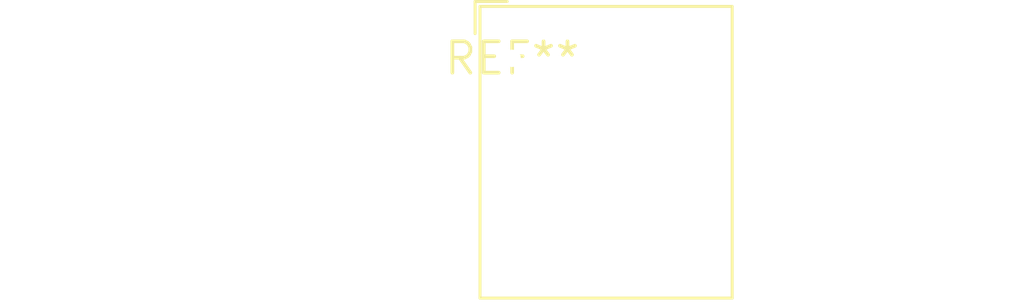
<source format=kicad_pcb>
(kicad_pcb (version 20240108) (generator pcbnew)
  (layers (0 "F.Cu" signal) (31 "B.Cu" signal) (34 "B.Paste" user) (35 "F.Paste" user) (36 "B.SilkS" user "B.Silkscreen") (37 "F.SilkS" user "F.Silkscreen") (38 "B.Mask" user) (39 "F.Mask" user) (44 "Edge.Cuts" user))
  (net 0 "")
  (footprint "Converter_DCDC_Murata_CRE1xxxxxxDC_THT" (layer "F.Cu") (at 0 0)
    (property "Reference" "REF**")
    (property "Value" "Converter_DCDC_Murata_CRE1xxxxxxDC_THT")
    (fp_line (start -1.5 -1) (end -1.5 -2.3) (layer "F.SilkS") (stroke (width 0.12)))
    (fp_line (start -1.3 -2.1) (end 8.9 -2.1) (layer "F.SilkS") (stroke (width 0.12)))
    (fp_line (start -1.3 9.7) (end -1.3 -2.1) (layer "F.SilkS") (stroke (width 0.12)))
    (fp_line (start -0.2 -2.3) (end -1.5 -2.3) (layer "F.SilkS") (stroke (width 0.12)))
    (fp_line (start 8.9 -2.1) (end 8.9 9.7) (layer "F.SilkS") (stroke (width 0.12)))
    (fp_line (start 8.9 9.7) (end -1.3 9.7) (layer "F.SilkS") (stroke (width 0.12)))
    (pad "1" thru_hole rect (at 0 0) (size 1.5 2) (drill 0.7) (layers *.Cu *.Mask) (remove_unused_layers))
    (pad "4" thru_hole oval (at 0 7.62) (size 1.5 2) (drill 0.7) (layers *.Cu *.Mask) (remove_unused_layers))
    (pad "5" thru_hole oval (at 7.62 7.62) (size 1.5 2) (drill 0.7) (layers *.Cu *.Mask) (remove_unused_layers))
    (pad "7" thru_hole oval (at 7.62 2.54) (size 1.5 2) (drill 0.7) (layers *.Cu *.Mask) (remove_unused_layers))
  )
)
</source>
